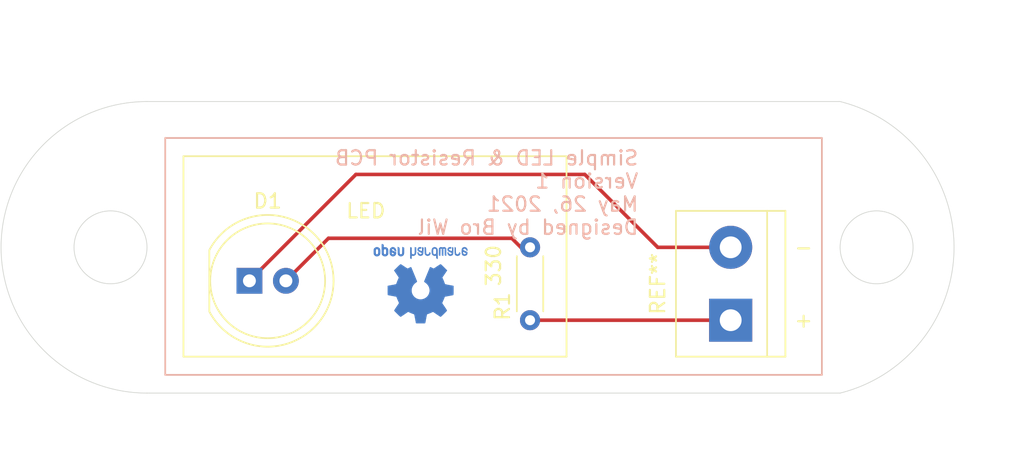
<source format=kicad_pcb>
(kicad_pcb (version 20171130) (host pcbnew "(5.1.10)-1")

  (general
    (thickness 1.6)
    (drawings 22)
    (tracks 9)
    (zones 0)
    (modules 4)
    (nets 4)
  )

  (page A4)
  (title_block
    (title "A very simple PCB")
    (date 2021-05-21)
    (rev v3)
    (company "Satmel Tech")
    (comment 1 "Design by Wil")
  )

  (layers
    (0 F.Cu signal)
    (31 B.Cu signal hide)
    (32 B.Adhes user)
    (33 F.Adhes user)
    (34 B.Paste user)
    (35 F.Paste user)
    (36 B.SilkS user)
    (37 F.SilkS user)
    (38 B.Mask user)
    (39 F.Mask user)
    (40 Dwgs.User user)
    (41 Cmts.User user)
    (42 Eco1.User user)
    (43 Eco2.User user)
    (44 Edge.Cuts user)
    (45 Margin user)
    (46 B.CrtYd user)
    (47 F.CrtYd user)
    (48 B.Fab user)
    (49 F.Fab user)
  )

  (setup
    (last_trace_width 0.25)
    (trace_clearance 0.2)
    (zone_clearance 0.508)
    (zone_45_only no)
    (trace_min 0.2)
    (via_size 0.8)
    (via_drill 0.4)
    (via_min_size 0.4)
    (via_min_drill 0.3)
    (uvia_size 0.3)
    (uvia_drill 0.1)
    (uvias_allowed no)
    (uvia_min_size 0.2)
    (uvia_min_drill 0.1)
    (edge_width 0.05)
    (segment_width 0.2)
    (pcb_text_width 0.3)
    (pcb_text_size 1.5 1.5)
    (mod_edge_width 0.12)
    (mod_text_size 1 1)
    (mod_text_width 0.15)
    (pad_size 2.5 2.5)
    (pad_drill 2.5)
    (pad_to_mask_clearance 0)
    (aux_axis_origin 0 0)
    (visible_elements 7FFEFFFF)
    (pcbplotparams
      (layerselection 0x010fc_ffffffff)
      (usegerberextensions false)
      (usegerberattributes true)
      (usegerberadvancedattributes true)
      (creategerberjobfile true)
      (excludeedgelayer true)
      (linewidth 0.100000)
      (plotframeref false)
      (viasonmask false)
      (mode 1)
      (useauxorigin false)
      (hpglpennumber 1)
      (hpglpenspeed 20)
      (hpglpendiameter 15.000000)
      (psnegative false)
      (psa4output false)
      (plotreference true)
      (plotvalue true)
      (plotinvisibletext false)
      (padsonsilk false)
      (subtractmaskfromsilk false)
      (outputformat 1)
      (mirror false)
      (drillshape 1)
      (scaleselection 1)
      (outputdirectory ""))
  )

  (net 0 "")
  (net 1 GND)
  (net 2 "Net-(D1-Pad2)")
  (net 3 +5V)

  (net_class Default "This is the default net class."
    (clearance 0.2)
    (trace_width 0.25)
    (via_dia 0.8)
    (via_drill 0.4)
    (uvia_dia 0.3)
    (uvia_drill 0.1)
    (add_net +5V)
    (add_net GND)
    (add_net "Net-(D1-Pad2)")
  )

  (module LED_THT:LED_D8.0mm (layer F.Cu) (tedit 587A3A7B) (tstamp 60A7523D)
    (at 116.351001 103.935001)
    (descr "LED, diameter 8.0mm, 2 pins, http://cdn-reichelt.de/documents/datenblatt/A500/LED8MMGE_LED8MMGN_LED8MMRT%23KIN.pdf")
    (tags "LED diameter 8.0mm 2 pins")
    (path /60A5ECA1)
    (fp_text reference D1 (at 1.27 -5.56) (layer F.SilkS)
      (effects (font (size 1 1) (thickness 0.15)))
    )
    (fp_text value LED (at 1.27 5.56) (layer F.Fab)
      (effects (font (size 1 1) (thickness 0.15)))
    )
    (fp_line (start 6.1 -4.85) (end -3.55 -4.85) (layer F.CrtYd) (width 0.05))
    (fp_line (start 6.1 4.85) (end 6.1 -4.85) (layer F.CrtYd) (width 0.05))
    (fp_line (start -3.55 4.85) (end 6.1 4.85) (layer F.CrtYd) (width 0.05))
    (fp_line (start -3.55 -4.85) (end -3.55 4.85) (layer F.CrtYd) (width 0.05))
    (fp_line (start -2.79 -2.142) (end -2.79 2.142) (layer F.SilkS) (width 0.12))
    (fp_line (start -2.73 -2.061553) (end -2.73 2.061553) (layer F.Fab) (width 0.1))
    (fp_circle (center 1.27 0) (end 5.27 0) (layer F.SilkS) (width 0.12))
    (fp_circle (center 1.27 0) (end 5.27 0) (layer F.Fab) (width 0.1))
    (fp_arc (start 1.27 0) (end -2.73 -2.061553) (angle 305.5) (layer F.Fab) (width 0.1))
    (fp_arc (start 1.27 0) (end -2.79 -2.141145) (angle 152.2) (layer F.SilkS) (width 0.12))
    (fp_arc (start 1.27 0) (end -2.79 2.141145) (angle -152.2) (layer F.SilkS) (width 0.12))
    (pad 1 thru_hole rect (at 0 0) (size 1.8 1.8) (drill 0.9) (layers *.Cu *.Mask)
      (net 1 GND))
    (pad 2 thru_hole circle (at 2.54 0) (size 1.8 1.8) (drill 0.9) (layers *.Cu *.Mask)
      (net 2 "Net-(D1-Pad2)"))
    (model ${KISYS3DMOD}/LED_THT.3dshapes/LED_D8.0mm.wrl
      (at (xyz 0 0 0))
      (scale (xyz 1 1 1))
      (rotate (xyz 0 0 0))
    )
  )

  (module Symbol:OSHW-Logo2_7.3x6mm_Copper (layer B.Cu) (tedit 0) (tstamp 60AD60A3)
    (at 128.27 104.14)
    (descr "Open Source Hardware Symbol")
    (tags "Logo Symbol OSHW")
    (attr virtual)
    (fp_text reference REF** (at 0 0) (layer B.SilkS) hide
      (effects (font (size 1 1) (thickness 0.15)) (justify mirror))
    )
    (fp_text value OSHW-Logo2_7.3x6mm_Copper (at 0.75 0) (layer B.Fab) hide
      (effects (font (size 1 1) (thickness 0.15)) (justify mirror))
    )
    (fp_poly (pts (xy 0.10391 2.757652) (xy 0.182454 2.757222) (xy 0.239298 2.756058) (xy 0.278105 2.753793)
      (xy 0.302538 2.75006) (xy 0.316262 2.744494) (xy 0.32294 2.736727) (xy 0.326236 2.726395)
      (xy 0.326556 2.725057) (xy 0.331562 2.700921) (xy 0.340829 2.653299) (xy 0.353392 2.587259)
      (xy 0.368287 2.507872) (xy 0.384551 2.420204) (xy 0.385119 2.417125) (xy 0.40141 2.331211)
      (xy 0.416652 2.255304) (xy 0.429861 2.193955) (xy 0.440054 2.151718) (xy 0.446248 2.133145)
      (xy 0.446543 2.132816) (xy 0.464788 2.123747) (xy 0.502405 2.108633) (xy 0.551271 2.090738)
      (xy 0.551543 2.090642) (xy 0.613093 2.067507) (xy 0.685657 2.038035) (xy 0.754057 2.008403)
      (xy 0.757294 2.006938) (xy 0.868702 1.956374) (xy 1.115399 2.12484) (xy 1.191077 2.176197)
      (xy 1.259631 2.222111) (xy 1.317088 2.25997) (xy 1.359476 2.287163) (xy 1.382825 2.301079)
      (xy 1.385042 2.302111) (xy 1.40201 2.297516) (xy 1.433701 2.275345) (xy 1.481352 2.234553)
      (xy 1.546198 2.174095) (xy 1.612397 2.109773) (xy 1.676214 2.046388) (xy 1.733329 1.988549)
      (xy 1.780305 1.939825) (xy 1.813703 1.90379) (xy 1.830085 1.884016) (xy 1.830694 1.882998)
      (xy 1.832505 1.869428) (xy 1.825683 1.847267) (xy 1.80854 1.813522) (xy 1.779393 1.7652)
      (xy 1.736555 1.699308) (xy 1.679448 1.614483) (xy 1.628766 1.539823) (xy 1.583461 1.47286)
      (xy 1.54615 1.417484) (xy 1.519452 1.37758) (xy 1.505985 1.357038) (xy 1.505137 1.355644)
      (xy 1.506781 1.335962) (xy 1.519245 1.297707) (xy 1.540048 1.248111) (xy 1.547462 1.232272)
      (xy 1.579814 1.16171) (xy 1.614328 1.081647) (xy 1.642365 1.012371) (xy 1.662568 0.960955)
      (xy 1.678615 0.921881) (xy 1.687888 0.901459) (xy 1.689041 0.899886) (xy 1.706096 0.897279)
      (xy 1.746298 0.890137) (xy 1.804302 0.879477) (xy 1.874763 0.866315) (xy 1.952335 0.851667)
      (xy 2.031672 0.836551) (xy 2.107431 0.821982) (xy 2.174264 0.808978) (xy 2.226828 0.798555)
      (xy 2.259776 0.79173) (xy 2.267857 0.789801) (xy 2.276205 0.785038) (xy 2.282506 0.774282)
      (xy 2.287045 0.753902) (xy 2.290104 0.720266) (xy 2.291967 0.669745) (xy 2.292918 0.598708)
      (xy 2.29324 0.503524) (xy 2.293257 0.464508) (xy 2.293257 0.147201) (xy 2.217057 0.132161)
      (xy 2.174663 0.124005) (xy 2.1114 0.112101) (xy 2.034962 0.097884) (xy 1.953043 0.08279)
      (xy 1.9304 0.078645) (xy 1.854806 0.063947) (xy 1.788953 0.049495) (xy 1.738366 0.036625)
      (xy 1.708574 0.026678) (xy 1.703612 0.023713) (xy 1.691426 0.002717) (xy 1.673953 -0.037967)
      (xy 1.654577 -0.090322) (xy 1.650734 -0.1016) (xy 1.625339 -0.171523) (xy 1.593817 -0.250418)
      (xy 1.562969 -0.321266) (xy 1.562817 -0.321595) (xy 1.511447 -0.432733) (xy 1.680399 -0.681253)
      (xy 1.849352 -0.929772) (xy 1.632429 -1.147058) (xy 1.566819 -1.211726) (xy 1.506979 -1.268733)
      (xy 1.456267 -1.315033) (xy 1.418046 -1.347584) (xy 1.395675 -1.363343) (xy 1.392466 -1.364343)
      (xy 1.373626 -1.356469) (xy 1.33518 -1.334578) (xy 1.28133 -1.301267) (xy 1.216276 -1.259131)
      (xy 1.14594 -1.211943) (xy 1.074555 -1.16381) (xy 1.010908 -1.121928) (xy 0.959041 -1.088871)
      (xy 0.922995 -1.067218) (xy 0.906867 -1.059543) (xy 0.887189 -1.066037) (xy 0.849875 -1.08315)
      (xy 0.802621 -1.107326) (xy 0.797612 -1.110013) (xy 0.733977 -1.141927) (xy 0.690341 -1.157579)
      (xy 0.663202 -1.157745) (xy 0.649057 -1.143204) (xy 0.648975 -1.143) (xy 0.641905 -1.125779)
      (xy 0.625042 -1.084899) (xy 0.599695 -1.023525) (xy 0.567171 -0.944819) (xy 0.528778 -0.851947)
      (xy 0.485822 -0.748072) (xy 0.444222 -0.647502) (xy 0.398504 -0.536516) (xy 0.356526 -0.433703)
      (xy 0.319548 -0.342215) (xy 0.288827 -0.265201) (xy 0.265622 -0.205815) (xy 0.25119 -0.167209)
      (xy 0.246743 -0.1528) (xy 0.257896 -0.136272) (xy 0.287069 -0.10993) (xy 0.325971 -0.080887)
      (xy 0.436757 0.010961) (xy 0.523351 0.116241) (xy 0.584716 0.232734) (xy 0.619815 0.358224)
      (xy 0.627608 0.490493) (xy 0.621943 0.551543) (xy 0.591078 0.678205) (xy 0.53792 0.790059)
      (xy 0.465767 0.885999) (xy 0.377917 0.964924) (xy 0.277665 1.02573) (xy 0.16831 1.067313)
      (xy 0.053147 1.088572) (xy -0.064525 1.088401) (xy -0.18141 1.065699) (xy -0.294211 1.019362)
      (xy -0.399631 0.948287) (xy -0.443632 0.908089) (xy -0.528021 0.804871) (xy -0.586778 0.692075)
      (xy -0.620296 0.57299) (xy -0.628965 0.450905) (xy -0.613177 0.329107) (xy -0.573322 0.210884)
      (xy -0.509793 0.099525) (xy -0.422979 -0.001684) (xy -0.325971 -0.080887) (xy -0.285563 -0.111162)
      (xy -0.257018 -0.137219) (xy -0.246743 -0.152825) (xy -0.252123 -0.169843) (xy -0.267425 -0.2105)
      (xy -0.291388 -0.271642) (xy -0.322756 -0.350119) (xy -0.360268 -0.44278) (xy -0.402667 -0.546472)
      (xy -0.444337 -0.647526) (xy -0.49031 -0.758607) (xy -0.532893 -0.861541) (xy -0.570779 -0.953165)
      (xy -0.60266 -1.030316) (xy -0.627229 -1.089831) (xy -0.64318 -1.128544) (xy -0.64909 -1.143)
      (xy -0.663052 -1.157685) (xy -0.69006 -1.157642) (xy -0.733587 -1.142099) (xy -0.79711 -1.110284)
      (xy -0.797612 -1.110013) (xy -0.84544 -1.085323) (xy -0.884103 -1.067338) (xy -0.905905 -1.059614)
      (xy -0.906867 -1.059543) (xy -0.923279 -1.067378) (xy -0.959513 -1.089165) (xy -1.011526 -1.122328)
      (xy -1.075275 -1.164291) (xy -1.14594 -1.211943) (xy -1.217884 -1.260191) (xy -1.282726 -1.302151)
      (xy -1.336265 -1.335227) (xy -1.374303 -1.356821) (xy -1.392467 -1.364343) (xy -1.409192 -1.354457)
      (xy -1.44282 -1.326826) (xy -1.48999 -1.284495) (xy -1.547342 -1.230505) (xy -1.611516 -1.167899)
      (xy -1.632503 -1.146983) (xy -1.849501 -0.929623) (xy -1.684332 -0.68722) (xy -1.634136 -0.612781)
      (xy -1.590081 -0.545972) (xy -1.554638 -0.490665) (xy -1.530281 -0.450729) (xy -1.519478 -0.430036)
      (xy -1.519162 -0.428563) (xy -1.524857 -0.409058) (xy -1.540174 -0.369822) (xy -1.562463 -0.31743)
      (xy -1.578107 -0.282355) (xy -1.607359 -0.215201) (xy -1.634906 -0.147358) (xy -1.656263 -0.090034)
      (xy -1.662065 -0.072572) (xy -1.678548 -0.025938) (xy -1.69466 0.010095) (xy -1.70351 0.023713)
      (xy -1.72304 0.032048) (xy -1.765666 0.043863) (xy -1.825855 0.057819) (xy -1.898078 0.072578)
      (xy -1.9304 0.078645) (xy -2.012478 0.093727) (xy -2.091205 0.108331) (xy -2.158891 0.12102)
      (xy -2.20784 0.130358) (xy -2.217057 0.132161) (xy -2.293257 0.147201) (xy -2.293257 0.464508)
      (xy -2.293086 0.568846) (xy -2.292384 0.647787) (xy -2.290866 0.704962) (xy -2.288251 0.744001)
      (xy -2.284254 0.768535) (xy -2.278591 0.782195) (xy -2.27098 0.788611) (xy -2.267857 0.789801)
      (xy -2.249022 0.79402) (xy -2.207412 0.802438) (xy -2.14837 0.814039) (xy -2.077243 0.827805)
      (xy -1.999375 0.84272) (xy -1.920113 0.857768) (xy -1.844802 0.871931) (xy -1.778787 0.884194)
      (xy -1.727413 0.893539) (xy -1.696025 0.89895) (xy -1.689041 0.899886) (xy -1.682715 0.912404)
      (xy -1.66871 0.945754) (xy -1.649645 0.993623) (xy -1.642366 1.012371) (xy -1.613004 1.084805)
      (xy -1.578429 1.16483) (xy -1.547463 1.232272) (xy -1.524677 1.283841) (xy -1.509518 1.326215)
      (xy -1.504458 1.352166) (xy -1.505264 1.355644) (xy -1.515959 1.372064) (xy -1.54038 1.408583)
      (xy -1.575905 1.461313) (xy -1.619913 1.526365) (xy -1.669783 1.599849) (xy -1.679644 1.614355)
      (xy -1.737508 1.700296) (xy -1.780044 1.765739) (xy -1.808946 1.813696) (xy -1.82591 1.84718)
      (xy -1.832633 1.869205) (xy -1.83081 1.882783) (xy -1.830764 1.882869) (xy -1.816414 1.900703)
      (xy -1.784677 1.935183) (xy -1.73899 1.982732) (xy -1.682796 2.039778) (xy -1.619532 2.102745)
      (xy -1.612398 2.109773) (xy -1.53267 2.18698) (xy -1.471143 2.24367) (xy -1.426579 2.28089)
      (xy -1.397743 2.299685) (xy -1.385042 2.302111) (xy -1.366506 2.291529) (xy -1.328039 2.267084)
      (xy -1.273614 2.231388) (xy -1.207202 2.187053) (xy -1.132775 2.136689) (xy -1.115399 2.12484)
      (xy -0.868703 1.956374) (xy -0.757294 2.006938) (xy -0.689543 2.036405) (xy -0.616817 2.066041)
      (xy -0.554297 2.08967) (xy -0.551543 2.090642) (xy -0.50264 2.108543) (xy -0.464943 2.12368)
      (xy -0.446575 2.13279) (xy -0.446544 2.132816) (xy -0.440715 2.149283) (xy -0.430808 2.189781)
      (xy -0.417805 2.249758) (xy -0.402691 2.32466) (xy -0.386448 2.409936) (xy -0.385119 2.417125)
      (xy -0.368825 2.504986) (xy -0.353867 2.58474) (xy -0.341209 2.651319) (xy -0.331814 2.699653)
      (xy -0.326646 2.724675) (xy -0.326556 2.725057) (xy -0.323411 2.735701) (xy -0.317296 2.743738)
      (xy -0.304547 2.749533) (xy -0.2815 2.753453) (xy -0.244491 2.755865) (xy -0.189856 2.757135)
      (xy -0.113933 2.757629) (xy -0.013056 2.757714) (xy 0 2.757714) (xy 0.10391 2.757652)) (layer B.Cu) (width 0.01))
    (fp_poly (pts (xy 3.153595 -1.966966) (xy 3.211021 -2.004497) (xy 3.238719 -2.038096) (xy 3.260662 -2.099064)
      (xy 3.262405 -2.147308) (xy 3.258457 -2.211816) (xy 3.109686 -2.276934) (xy 3.037349 -2.310202)
      (xy 2.990084 -2.336964) (xy 2.965507 -2.360144) (xy 2.961237 -2.382667) (xy 2.974889 -2.407455)
      (xy 2.989943 -2.423886) (xy 3.033746 -2.450235) (xy 3.081389 -2.452081) (xy 3.125145 -2.431546)
      (xy 3.157289 -2.390752) (xy 3.163038 -2.376347) (xy 3.190576 -2.331356) (xy 3.222258 -2.312182)
      (xy 3.265714 -2.295779) (xy 3.265714 -2.357966) (xy 3.261872 -2.400283) (xy 3.246823 -2.435969)
      (xy 3.21528 -2.476943) (xy 3.210592 -2.482267) (xy 3.175506 -2.51872) (xy 3.145347 -2.538283)
      (xy 3.107615 -2.547283) (xy 3.076335 -2.55023) (xy 3.020385 -2.550965) (xy 2.980555 -2.54166)
      (xy 2.955708 -2.527846) (xy 2.916656 -2.497467) (xy 2.889625 -2.464613) (xy 2.872517 -2.423294)
      (xy 2.863238 -2.367521) (xy 2.859693 -2.291305) (xy 2.85941 -2.252622) (xy 2.860372 -2.206247)
      (xy 2.948007 -2.206247) (xy 2.949023 -2.231126) (xy 2.951556 -2.2352) (xy 2.968274 -2.229665)
      (xy 3.004249 -2.215017) (xy 3.052331 -2.19419) (xy 3.062386 -2.189714) (xy 3.123152 -2.158814)
      (xy 3.156632 -2.131657) (xy 3.16399 -2.10622) (xy 3.146391 -2.080481) (xy 3.131856 -2.069109)
      (xy 3.07941 -2.046364) (xy 3.030322 -2.050122) (xy 2.989227 -2.077884) (xy 2.960758 -2.127152)
      (xy 2.951631 -2.166257) (xy 2.948007 -2.206247) (xy 2.860372 -2.206247) (xy 2.861285 -2.162249)
      (xy 2.868196 -2.095384) (xy 2.881884 -2.046695) (xy 2.904096 -2.010849) (xy 2.936574 -1.982513)
      (xy 2.950733 -1.973355) (xy 3.015053 -1.949507) (xy 3.085473 -1.948006) (xy 3.153595 -1.966966)) (layer B.Cu) (width 0.01))
    (fp_poly (pts (xy 2.6526 -1.958752) (xy 2.669948 -1.966334) (xy 2.711356 -1.999128) (xy 2.746765 -2.046547)
      (xy 2.768664 -2.097151) (xy 2.772229 -2.122098) (xy 2.760279 -2.156927) (xy 2.734067 -2.175357)
      (xy 2.705964 -2.186516) (xy 2.693095 -2.188572) (xy 2.686829 -2.173649) (xy 2.674456 -2.141175)
      (xy 2.669028 -2.126502) (xy 2.63859 -2.075744) (xy 2.59452 -2.050427) (xy 2.53801 -2.051206)
      (xy 2.533825 -2.052203) (xy 2.503655 -2.066507) (xy 2.481476 -2.094393) (xy 2.466327 -2.139287)
      (xy 2.45725 -2.204615) (xy 2.453286 -2.293804) (xy 2.452914 -2.341261) (xy 2.45273 -2.416071)
      (xy 2.451522 -2.467069) (xy 2.448309 -2.499471) (xy 2.442109 -2.518495) (xy 2.43194 -2.529356)
      (xy 2.416819 -2.537272) (xy 2.415946 -2.53767) (xy 2.386828 -2.549981) (xy 2.372403 -2.554514)
      (xy 2.370186 -2.540809) (xy 2.368289 -2.502925) (xy 2.366847 -2.445715) (xy 2.365998 -2.374027)
      (xy 2.365829 -2.321565) (xy 2.366692 -2.220047) (xy 2.37007 -2.143032) (xy 2.377142 -2.086023)
      (xy 2.389088 -2.044526) (xy 2.40709 -2.014043) (xy 2.432327 -1.99008) (xy 2.457247 -1.973355)
      (xy 2.517171 -1.951097) (xy 2.586911 -1.946076) (xy 2.6526 -1.958752)) (layer B.Cu) (width 0.01))
    (fp_poly (pts (xy 2.144876 -1.956335) (xy 2.186667 -1.975344) (xy 2.219469 -1.998378) (xy 2.243503 -2.024133)
      (xy 2.260097 -2.057358) (xy 2.270577 -2.1028) (xy 2.276271 -2.165207) (xy 2.278507 -2.249327)
      (xy 2.278743 -2.304721) (xy 2.278743 -2.520826) (xy 2.241774 -2.53767) (xy 2.212656 -2.549981)
      (xy 2.198231 -2.554514) (xy 2.195472 -2.541025) (xy 2.193282 -2.504653) (xy 2.191942 -2.451542)
      (xy 2.191657 -2.409372) (xy 2.190434 -2.348447) (xy 2.187136 -2.300115) (xy 2.182321 -2.270518)
      (xy 2.178496 -2.264229) (xy 2.152783 -2.270652) (xy 2.112418 -2.287125) (xy 2.065679 -2.309458)
      (xy 2.020845 -2.333457) (xy 1.986193 -2.35493) (xy 1.970002 -2.369685) (xy 1.969938 -2.369845)
      (xy 1.97133 -2.397152) (xy 1.983818 -2.423219) (xy 2.005743 -2.444392) (xy 2.037743 -2.451474)
      (xy 2.065092 -2.450649) (xy 2.103826 -2.450042) (xy 2.124158 -2.459116) (xy 2.136369 -2.483092)
      (xy 2.137909 -2.487613) (xy 2.143203 -2.521806) (xy 2.129047 -2.542568) (xy 2.092148 -2.552462)
      (xy 2.052289 -2.554292) (xy 1.980562 -2.540727) (xy 1.943432 -2.521355) (xy 1.897576 -2.475845)
      (xy 1.873256 -2.419983) (xy 1.871073 -2.360957) (xy 1.891629 -2.305953) (xy 1.922549 -2.271486)
      (xy 1.95342 -2.252189) (xy 2.001942 -2.227759) (xy 2.058485 -2.202985) (xy 2.06791 -2.199199)
      (xy 2.130019 -2.171791) (xy 2.165822 -2.147634) (xy 2.177337 -2.123619) (xy 2.16658 -2.096635)
      (xy 2.148114 -2.075543) (xy 2.104469 -2.049572) (xy 2.056446 -2.047624) (xy 2.012406 -2.067637)
      (xy 1.980709 -2.107551) (xy 1.976549 -2.117848) (xy 1.952327 -2.155724) (xy 1.916965 -2.183842)
      (xy 1.872343 -2.206917) (xy 1.872343 -2.141485) (xy 1.874969 -2.101506) (xy 1.88623 -2.069997)
      (xy 1.911199 -2.036378) (xy 1.935169 -2.010484) (xy 1.972441 -1.973817) (xy 2.001401 -1.954121)
      (xy 2.032505 -1.94622) (xy 2.067713 -1.944914) (xy 2.144876 -1.956335)) (layer B.Cu) (width 0.01))
    (fp_poly (pts (xy 1.779833 -1.958663) (xy 1.782048 -1.99685) (xy 1.783784 -2.054886) (xy 1.784899 -2.12818)
      (xy 1.785257 -2.205055) (xy 1.785257 -2.465196) (xy 1.739326 -2.511127) (xy 1.707675 -2.539429)
      (xy 1.67989 -2.550893) (xy 1.641915 -2.550168) (xy 1.62684 -2.548321) (xy 1.579726 -2.542948)
      (xy 1.540756 -2.539869) (xy 1.531257 -2.539585) (xy 1.499233 -2.541445) (xy 1.453432 -2.546114)
      (xy 1.435674 -2.548321) (xy 1.392057 -2.551735) (xy 1.362745 -2.54432) (xy 1.33368 -2.521427)
      (xy 1.323188 -2.511127) (xy 1.277257 -2.465196) (xy 1.277257 -1.978602) (xy 1.314226 -1.961758)
      (xy 1.346059 -1.949282) (xy 1.364683 -1.944914) (xy 1.369458 -1.958718) (xy 1.373921 -1.997286)
      (xy 1.377775 -2.056356) (xy 1.380722 -2.131663) (xy 1.382143 -2.195286) (xy 1.386114 -2.445657)
      (xy 1.420759 -2.450556) (xy 1.452268 -2.447131) (xy 1.467708 -2.436041) (xy 1.472023 -2.415308)
      (xy 1.475708 -2.371145) (xy 1.478469 -2.309146) (xy 1.480012 -2.234909) (xy 1.480235 -2.196706)
      (xy 1.480457 -1.976783) (xy 1.526166 -1.960849) (xy 1.558518 -1.950015) (xy 1.576115 -1.944962)
      (xy 1.576623 -1.944914) (xy 1.578388 -1.958648) (xy 1.580329 -1.99673) (xy 1.582282 -2.054482)
      (xy 1.584084 -2.127227) (xy 1.585343 -2.195286) (xy 1.589314 -2.445657) (xy 1.6764 -2.445657)
      (xy 1.680396 -2.21724) (xy 1.684392 -1.988822) (xy 1.726847 -1.966868) (xy 1.758192 -1.951793)
      (xy 1.776744 -1.944951) (xy 1.777279 -1.944914) (xy 1.779833 -1.958663)) (layer B.Cu) (width 0.01))
    (fp_poly (pts (xy 1.190117 -2.065358) (xy 1.189933 -2.173837) (xy 1.189219 -2.257287) (xy 1.187675 -2.319704)
      (xy 1.185001 -2.365085) (xy 1.180894 -2.397429) (xy 1.175055 -2.420733) (xy 1.167182 -2.438995)
      (xy 1.161221 -2.449418) (xy 1.111855 -2.505945) (xy 1.049264 -2.541377) (xy 0.980013 -2.55409)
      (xy 0.910668 -2.542463) (xy 0.869375 -2.521568) (xy 0.826025 -2.485422) (xy 0.796481 -2.441276)
      (xy 0.778655 -2.383462) (xy 0.770463 -2.306313) (xy 0.769302 -2.249714) (xy 0.769458 -2.245647)
      (xy 0.870857 -2.245647) (xy 0.871476 -2.31055) (xy 0.874314 -2.353514) (xy 0.88084 -2.381622)
      (xy 0.892523 -2.401953) (xy 0.906483 -2.417288) (xy 0.953365 -2.44689) (xy 1.003701 -2.449419)
      (xy 1.051276 -2.424705) (xy 1.054979 -2.421356) (xy 1.070783 -2.403935) (xy 1.080693 -2.383209)
      (xy 1.086058 -2.352362) (xy 1.088228 -2.304577) (xy 1.088571 -2.251748) (xy 1.087827 -2.185381)
      (xy 1.084748 -2.141106) (xy 1.078061 -2.112009) (xy 1.066496 -2.091173) (xy 1.057013 -2.080107)
      (xy 1.01296 -2.052198) (xy 0.962224 -2.048843) (xy 0.913796 -2.070159) (xy 0.90445 -2.078073)
      (xy 0.88854 -2.095647) (xy 0.87861 -2.116587) (xy 0.873278 -2.147782) (xy 0.871163 -2.196122)
      (xy 0.870857 -2.245647) (xy 0.769458 -2.245647) (xy 0.77281 -2.158568) (xy 0.784726 -2.090086)
      (xy 0.807135 -2.0386) (xy 0.842124 -1.998443) (xy 0.869375 -1.977861) (xy 0.918907 -1.955625)
      (xy 0.976316 -1.945304) (xy 1.029682 -1.948067) (xy 1.059543 -1.959212) (xy 1.071261 -1.962383)
      (xy 1.079037 -1.950557) (xy 1.084465 -1.918866) (xy 1.088571 -1.870593) (xy 1.093067 -1.816829)
      (xy 1.099313 -1.784482) (xy 1.110676 -1.765985) (xy 1.130528 -1.75377) (xy 1.143 -1.748362)
      (xy 1.190171 -1.728601) (xy 1.190117 -2.065358)) (layer B.Cu) (width 0.01))
    (fp_poly (pts (xy 0.529926 -1.949755) (xy 0.595858 -1.974084) (xy 0.649273 -2.017117) (xy 0.670164 -2.047409)
      (xy 0.692939 -2.102994) (xy 0.692466 -2.143186) (xy 0.668562 -2.170217) (xy 0.659717 -2.174813)
      (xy 0.62153 -2.189144) (xy 0.602028 -2.185472) (xy 0.595422 -2.161407) (xy 0.595086 -2.148114)
      (xy 0.582992 -2.09921) (xy 0.551471 -2.064999) (xy 0.507659 -2.048476) (xy 0.458695 -2.052634)
      (xy 0.418894 -2.074227) (xy 0.40545 -2.086544) (xy 0.395921 -2.101487) (xy 0.389485 -2.124075)
      (xy 0.385317 -2.159328) (xy 0.382597 -2.212266) (xy 0.380502 -2.287907) (xy 0.37996 -2.311857)
      (xy 0.377981 -2.39379) (xy 0.375731 -2.451455) (xy 0.372357 -2.489608) (xy 0.367006 -2.513004)
      (xy 0.358824 -2.526398) (xy 0.346959 -2.534545) (xy 0.339362 -2.538144) (xy 0.307102 -2.550452)
      (xy 0.288111 -2.554514) (xy 0.281836 -2.540948) (xy 0.278006 -2.499934) (xy 0.2766 -2.430999)
      (xy 0.277598 -2.333669) (xy 0.277908 -2.318657) (xy 0.280101 -2.229859) (xy 0.282693 -2.165019)
      (xy 0.286382 -2.119067) (xy 0.291864 -2.086935) (xy 0.299835 -2.063553) (xy 0.310993 -2.043852)
      (xy 0.31683 -2.03541) (xy 0.350296 -1.998057) (xy 0.387727 -1.969003) (xy 0.392309 -1.966467)
      (xy 0.459426 -1.946443) (xy 0.529926 -1.949755)) (layer B.Cu) (width 0.01))
    (fp_poly (pts (xy 0.039744 -1.950968) (xy 0.096616 -1.972087) (xy 0.097267 -1.972493) (xy 0.13244 -1.99838)
      (xy 0.158407 -2.028633) (xy 0.17667 -2.068058) (xy 0.188732 -2.121462) (xy 0.196096 -2.193651)
      (xy 0.200264 -2.289432) (xy 0.200629 -2.303078) (xy 0.205876 -2.508842) (xy 0.161716 -2.531678)
      (xy 0.129763 -2.54711) (xy 0.11047 -2.554423) (xy 0.109578 -2.554514) (xy 0.106239 -2.541022)
      (xy 0.103587 -2.504626) (xy 0.101956 -2.451452) (xy 0.1016 -2.408393) (xy 0.101592 -2.338641)
      (xy 0.098403 -2.294837) (xy 0.087288 -2.273944) (xy 0.063501 -2.272925) (xy 0.022296 -2.288741)
      (xy -0.039914 -2.317815) (xy -0.085659 -2.341963) (xy -0.109187 -2.362913) (xy -0.116104 -2.385747)
      (xy -0.116114 -2.386877) (xy -0.104701 -2.426212) (xy -0.070908 -2.447462) (xy -0.019191 -2.450539)
      (xy 0.018061 -2.450006) (xy 0.037703 -2.460735) (xy 0.049952 -2.486505) (xy 0.057002 -2.519337)
      (xy 0.046842 -2.537966) (xy 0.043017 -2.540632) (xy 0.007001 -2.55134) (xy -0.043434 -2.552856)
      (xy -0.095374 -2.545759) (xy -0.132178 -2.532788) (xy -0.183062 -2.489585) (xy -0.211986 -2.429446)
      (xy -0.217714 -2.382462) (xy -0.213343 -2.340082) (xy -0.197525 -2.305488) (xy -0.166203 -2.274763)
      (xy -0.115322 -2.24399) (xy -0.040824 -2.209252) (xy -0.036286 -2.207288) (xy 0.030821 -2.176287)
      (xy 0.072232 -2.150862) (xy 0.089981 -2.128014) (xy 0.086107 -2.104745) (xy 0.062643 -2.078056)
      (xy 0.055627 -2.071914) (xy 0.00863 -2.0481) (xy -0.040067 -2.049103) (xy -0.082478 -2.072451)
      (xy -0.110616 -2.115675) (xy -0.113231 -2.12416) (xy -0.138692 -2.165308) (xy -0.170999 -2.185128)
      (xy -0.217714 -2.20477) (xy -0.217714 -2.15395) (xy -0.203504 -2.080082) (xy -0.161325 -2.012327)
      (xy -0.139376 -1.989661) (xy -0.089483 -1.960569) (xy -0.026033 -1.9474) (xy 0.039744 -1.950968)) (layer B.Cu) (width 0.01))
    (fp_poly (pts (xy -0.624114 -1.851289) (xy -0.619861 -1.910613) (xy -0.614975 -1.945572) (xy -0.608205 -1.96082)
      (xy -0.598298 -1.961015) (xy -0.595086 -1.959195) (xy -0.552356 -1.946015) (xy -0.496773 -1.946785)
      (xy -0.440263 -1.960333) (xy -0.404918 -1.977861) (xy -0.368679 -2.005861) (xy -0.342187 -2.037549)
      (xy -0.324001 -2.077813) (xy -0.312678 -2.131543) (xy -0.306778 -2.203626) (xy -0.304857 -2.298951)
      (xy -0.304823 -2.317237) (xy -0.3048 -2.522646) (xy -0.350509 -2.53858) (xy -0.382973 -2.54942)
      (xy -0.400785 -2.554468) (xy -0.401309 -2.554514) (xy -0.403063 -2.540828) (xy -0.404556 -2.503076)
      (xy -0.405674 -2.446224) (xy -0.406303 -2.375234) (xy -0.4064 -2.332073) (xy -0.406602 -2.246973)
      (xy -0.407642 -2.185981) (xy -0.410169 -2.144177) (xy -0.414836 -2.116642) (xy -0.422293 -2.098456)
      (xy -0.433189 -2.084698) (xy -0.439993 -2.078073) (xy -0.486728 -2.051375) (xy -0.537728 -2.049375)
      (xy -0.583999 -2.071955) (xy -0.592556 -2.080107) (xy -0.605107 -2.095436) (xy -0.613812 -2.113618)
      (xy -0.619369 -2.139909) (xy -0.622474 -2.179562) (xy -0.623824 -2.237832) (xy -0.624114 -2.318173)
      (xy -0.624114 -2.522646) (xy -0.669823 -2.53858) (xy -0.702287 -2.54942) (xy -0.720099 -2.554468)
      (xy -0.720623 -2.554514) (xy -0.721963 -2.540623) (xy -0.723172 -2.501439) (xy -0.724199 -2.4407)
      (xy -0.724998 -2.362141) (xy -0.725519 -2.269498) (xy -0.725714 -2.166509) (xy -0.725714 -1.769342)
      (xy -0.678543 -1.749444) (xy -0.631371 -1.729547) (xy -0.624114 -1.851289)) (layer B.Cu) (width 0.01))
    (fp_poly (pts (xy -1.831697 -1.931239) (xy -1.774473 -1.969735) (xy -1.730251 -2.025335) (xy -1.703833 -2.096086)
      (xy -1.69849 -2.148162) (xy -1.699097 -2.169893) (xy -1.704178 -2.186531) (xy -1.718145 -2.201437)
      (xy -1.745411 -2.217973) (xy -1.790388 -2.239498) (xy -1.857489 -2.269374) (xy -1.857829 -2.269524)
      (xy -1.919593 -2.297813) (xy -1.970241 -2.322933) (xy -2.004596 -2.342179) (xy -2.017482 -2.352848)
      (xy -2.017486 -2.352934) (xy -2.006128 -2.376166) (xy -1.979569 -2.401774) (xy -1.949077 -2.420221)
      (xy -1.93363 -2.423886) (xy -1.891485 -2.411212) (xy -1.855192 -2.379471) (xy -1.837483 -2.344572)
      (xy -1.820448 -2.318845) (xy -1.787078 -2.289546) (xy -1.747851 -2.264235) (xy -1.713244 -2.250471)
      (xy -1.706007 -2.249714) (xy -1.697861 -2.26216) (xy -1.69737 -2.293972) (xy -1.703357 -2.336866)
      (xy -1.714643 -2.382558) (xy -1.73005 -2.422761) (xy -1.730829 -2.424322) (xy -1.777196 -2.489062)
      (xy -1.837289 -2.533097) (xy -1.905535 -2.554711) (xy -1.976362 -2.552185) (xy -2.044196 -2.523804)
      (xy -2.047212 -2.521808) (xy -2.100573 -2.473448) (xy -2.13566 -2.410352) (xy -2.155078 -2.327387)
      (xy -2.157684 -2.304078) (xy -2.162299 -2.194055) (xy -2.156767 -2.142748) (xy -2.017486 -2.142748)
      (xy -2.015676 -2.174753) (xy -2.005778 -2.184093) (xy -1.981102 -2.177105) (xy -1.942205 -2.160587)
      (xy -1.898725 -2.139881) (xy -1.897644 -2.139333) (xy -1.860791 -2.119949) (xy -1.846 -2.107013)
      (xy -1.849647 -2.093451) (xy -1.865005 -2.075632) (xy -1.904077 -2.049845) (xy -1.946154 -2.04795)
      (xy -1.983897 -2.066717) (xy -2.009966 -2.102915) (xy -2.017486 -2.142748) (xy -2.156767 -2.142748)
      (xy -2.152806 -2.106027) (xy -2.12845 -2.036212) (xy -2.094544 -1.987302) (xy -2.033347 -1.937878)
      (xy -1.965937 -1.913359) (xy -1.89712 -1.911797) (xy -1.831697 -1.931239)) (layer B.Cu) (width 0.01))
    (fp_poly (pts (xy -2.958885 -1.921962) (xy -2.890855 -1.957733) (xy -2.840649 -2.015301) (xy -2.822815 -2.052312)
      (xy -2.808937 -2.107882) (xy -2.801833 -2.178096) (xy -2.80116 -2.254727) (xy -2.806573 -2.329552)
      (xy -2.81773 -2.394342) (xy -2.834286 -2.440873) (xy -2.839374 -2.448887) (xy -2.899645 -2.508707)
      (xy -2.971231 -2.544535) (xy -3.048908 -2.55502) (xy -3.127452 -2.53881) (xy -3.149311 -2.529092)
      (xy -3.191878 -2.499143) (xy -3.229237 -2.459433) (xy -3.232768 -2.454397) (xy -3.247119 -2.430124)
      (xy -3.256606 -2.404178) (xy -3.26221 -2.370022) (xy -3.264914 -2.321119) (xy -3.265701 -2.250935)
      (xy -3.265714 -2.2352) (xy -3.265678 -2.230192) (xy -3.120571 -2.230192) (xy -3.119727 -2.29643)
      (xy -3.116404 -2.340386) (xy -3.109417 -2.368779) (xy -3.097584 -2.388325) (xy -3.091543 -2.394857)
      (xy -3.056814 -2.41968) (xy -3.023097 -2.418548) (xy -2.989005 -2.397016) (xy -2.968671 -2.374029)
      (xy -2.956629 -2.340478) (xy -2.949866 -2.287569) (xy -2.949402 -2.281399) (xy -2.948248 -2.185513)
      (xy -2.960312 -2.114299) (xy -2.98543 -2.068194) (xy -3.02344 -2.047635) (xy -3.037008 -2.046514)
      (xy -3.072636 -2.052152) (xy -3.097006 -2.071686) (xy -3.111907 -2.109042) (xy -3.119125 -2.16815)
      (xy -3.120571 -2.230192) (xy -3.265678 -2.230192) (xy -3.265174 -2.160413) (xy -3.262904 -2.108159)
      (xy -3.257932 -2.071949) (xy -3.249287 -2.045299) (xy -3.235995 -2.021722) (xy -3.233057 -2.017338)
      (xy -3.183687 -1.958249) (xy -3.129891 -1.923947) (xy -3.064398 -1.910331) (xy -3.042158 -1.909665)
      (xy -2.958885 -1.921962)) (layer B.Cu) (width 0.01))
    (fp_poly (pts (xy -1.283907 -1.92778) (xy -1.237328 -1.954723) (xy -1.204943 -1.981466) (xy -1.181258 -2.009484)
      (xy -1.164941 -2.043748) (xy -1.154661 -2.089227) (xy -1.149086 -2.150892) (xy -1.146884 -2.233711)
      (xy -1.146629 -2.293246) (xy -1.146629 -2.512391) (xy -1.208314 -2.540044) (xy -1.27 -2.567697)
      (xy -1.277257 -2.32767) (xy -1.280256 -2.238028) (xy -1.283402 -2.172962) (xy -1.287299 -2.128026)
      (xy -1.292553 -2.09877) (xy -1.299769 -2.080748) (xy -1.30955 -2.069511) (xy -1.312688 -2.067079)
      (xy -1.360239 -2.048083) (xy -1.408303 -2.0556) (xy -1.436914 -2.075543) (xy -1.448553 -2.089675)
      (xy -1.456609 -2.10822) (xy -1.461729 -2.136334) (xy -1.464559 -2.179173) (xy -1.465744 -2.241895)
      (xy -1.465943 -2.307261) (xy -1.465982 -2.389268) (xy -1.467386 -2.447316) (xy -1.472086 -2.486465)
      (xy -1.482013 -2.51178) (xy -1.499097 -2.528323) (xy -1.525268 -2.541156) (xy -1.560225 -2.554491)
      (xy -1.598404 -2.569007) (xy -1.593859 -2.311389) (xy -1.592029 -2.218519) (xy -1.589888 -2.149889)
      (xy -1.586819 -2.100711) (xy -1.582206 -2.066198) (xy -1.575432 -2.041562) (xy -1.565881 -2.022016)
      (xy -1.554366 -2.00477) (xy -1.49881 -1.94968) (xy -1.43102 -1.917822) (xy -1.357287 -1.910191)
      (xy -1.283907 -1.92778)) (layer B.Cu) (width 0.01))
    (fp_poly (pts (xy -2.400256 -1.919918) (xy -2.344799 -1.947568) (xy -2.295852 -1.99848) (xy -2.282371 -2.017338)
      (xy -2.267686 -2.042015) (xy -2.258158 -2.068816) (xy -2.252707 -2.104587) (xy -2.250253 -2.156169)
      (xy -2.249714 -2.224267) (xy -2.252148 -2.317588) (xy -2.260606 -2.387657) (xy -2.276826 -2.439931)
      (xy -2.302546 -2.479869) (xy -2.339503 -2.512929) (xy -2.342218 -2.514886) (xy -2.37864 -2.534908)
      (xy -2.422498 -2.544815) (xy -2.478276 -2.547257) (xy -2.568952 -2.547257) (xy -2.56899 -2.635283)
      (xy -2.569834 -2.684308) (xy -2.574976 -2.713065) (xy -2.588413 -2.730311) (xy -2.614142 -2.744808)
      (xy -2.620321 -2.747769) (xy -2.649236 -2.761648) (xy -2.671624 -2.770414) (xy -2.688271 -2.771171)
      (xy -2.699964 -2.761023) (xy -2.70749 -2.737073) (xy -2.711634 -2.696426) (xy -2.713185 -2.636186)
      (xy -2.712929 -2.553455) (xy -2.711651 -2.445339) (xy -2.711252 -2.413) (xy -2.709815 -2.301524)
      (xy -2.708528 -2.228603) (xy -2.569029 -2.228603) (xy -2.568245 -2.290499) (xy -2.56476 -2.330997)
      (xy -2.556876 -2.357708) (xy -2.542895 -2.378244) (xy -2.533403 -2.38826) (xy -2.494596 -2.417567)
      (xy -2.460237 -2.419952) (xy -2.424784 -2.39575) (xy -2.423886 -2.394857) (xy -2.409461 -2.376153)
      (xy -2.400687 -2.350732) (xy -2.396261 -2.311584) (xy -2.394882 -2.251697) (xy -2.394857 -2.23843)
      (xy -2.398188 -2.155901) (xy -2.409031 -2.098691) (xy -2.42866 -2.063766) (xy -2.45835 -2.048094)
      (xy -2.475509 -2.046514) (xy -2.516234 -2.053926) (xy -2.544168 -2.07833) (xy -2.560983 -2.12298)
      (xy -2.56835 -2.19113) (xy -2.569029 -2.228603) (xy -2.708528 -2.228603) (xy -2.708292 -2.215245)
      (xy -2.706323 -2.150333) (xy -2.70355 -2.102958) (xy -2.699612 -2.06929) (xy -2.694151 -2.045498)
      (xy -2.686808 -2.027753) (xy -2.677223 -2.012224) (xy -2.673113 -2.006381) (xy -2.618595 -1.951185)
      (xy -2.549664 -1.91989) (xy -2.469928 -1.911165) (xy -2.400256 -1.919918)) (layer B.Cu) (width 0.01))
  )

  (module TerminalBlock:TerminalBlock_bornier-2_P5.08mm (layer F.Cu) (tedit 59FF03AB) (tstamp 60AD6123)
    (at 149.86 106.68 90)
    (descr "simple 2-pin terminal block, pitch 5.08mm, revamped version of bornier2")
    (tags "terminal block bornier2")
    (fp_text reference REF** (at 2.54 -5.08 90) (layer F.SilkS)
      (effects (font (size 1 1) (thickness 0.15)))
    )
    (fp_text value TerminalBlock_bornier-2_P5.08mm (at 2.54 5.08 90) (layer F.Fab)
      (effects (font (size 1 1) (thickness 0.15)))
    )
    (fp_line (start 7.79 4) (end -2.71 4) (layer F.CrtYd) (width 0.05))
    (fp_line (start 7.79 4) (end 7.79 -4) (layer F.CrtYd) (width 0.05))
    (fp_line (start -2.71 -4) (end -2.71 4) (layer F.CrtYd) (width 0.05))
    (fp_line (start -2.71 -4) (end 7.79 -4) (layer F.CrtYd) (width 0.05))
    (fp_line (start -2.54 3.81) (end 7.62 3.81) (layer F.SilkS) (width 0.12))
    (fp_line (start -2.54 -3.81) (end -2.54 3.81) (layer F.SilkS) (width 0.12))
    (fp_line (start 7.62 -3.81) (end -2.54 -3.81) (layer F.SilkS) (width 0.12))
    (fp_line (start 7.62 3.81) (end 7.62 -3.81) (layer F.SilkS) (width 0.12))
    (fp_line (start 7.62 2.54) (end -2.54 2.54) (layer F.SilkS) (width 0.12))
    (fp_line (start 7.54 -3.75) (end -2.46 -3.75) (layer F.Fab) (width 0.1))
    (fp_line (start 7.54 3.75) (end 7.54 -3.75) (layer F.Fab) (width 0.1))
    (fp_line (start -2.46 3.75) (end 7.54 3.75) (layer F.Fab) (width 0.1))
    (fp_line (start -2.46 -3.75) (end -2.46 3.75) (layer F.Fab) (width 0.1))
    (fp_line (start -2.41 2.55) (end 7.49 2.55) (layer F.Fab) (width 0.1))
    (fp_text user %R (at 2.54 0 90) (layer F.Fab)
      (effects (font (size 1 1) (thickness 0.15)))
    )
    (pad 2 thru_hole circle (at 5.08 0 90) (size 3 3) (drill 1.52) (layers *.Cu *.Mask))
    (pad 1 thru_hole rect (at 0 0 90) (size 3 3) (drill 1.52) (layers *.Cu *.Mask))
    (model ${KISYS3DMOD}/TerminalBlock.3dshapes/TerminalBlock_bornier-2_P5.08mm.wrl
      (offset (xyz 2.539999961853027 0 0))
      (scale (xyz 1 1 1))
      (rotate (xyz 0 0 0))
    )
  )

  (module Resistor_THT:R_Axial_DIN0204_L3.6mm_D1.6mm_P5.08mm_Horizontal (layer F.Cu) (tedit 5AE5139B) (tstamp 60A7524B)
    (at 135.89 106.68 90)
    (descr "Resistor, Axial_DIN0204 series, Axial, Horizontal, pin pitch=5.08mm, 0.167W, length*diameter=3.6*1.6mm^2, http://cdn-reichelt.de/documents/datenblatt/B400/1_4W%23YAG.pdf")
    (tags "Resistor Axial_DIN0204 series Axial Horizontal pin pitch 5.08mm 0.167W length 3.6mm diameter 1.6mm")
    (path /609B82DF)
    (fp_text reference R1 (at 0.95 -1.92 90) (layer F.SilkS)
      (effects (font (size 1 1) (thickness 0.15)))
    )
    (fp_text value R (at 0.95 1.92 90) (layer F.Fab)
      (effects (font (size 1 1) (thickness 0.15)))
    )
    (fp_line (start 6.03 -1.05) (end -0.95 -1.05) (layer F.CrtYd) (width 0.05))
    (fp_line (start 6.03 1.05) (end 6.03 -1.05) (layer F.CrtYd) (width 0.05))
    (fp_line (start -0.95 1.05) (end 6.03 1.05) (layer F.CrtYd) (width 0.05))
    (fp_line (start -0.95 -1.05) (end -0.95 1.05) (layer F.CrtYd) (width 0.05))
    (fp_line (start 0.62 0.92) (end 4.46 0.92) (layer F.SilkS) (width 0.12))
    (fp_line (start 0.62 -0.92) (end 4.46 -0.92) (layer F.SilkS) (width 0.12))
    (fp_line (start 5.08 0) (end 4.34 0) (layer F.Fab) (width 0.1))
    (fp_line (start 0 0) (end 0.74 0) (layer F.Fab) (width 0.1))
    (fp_line (start 4.34 -0.8) (end 0.74 -0.8) (layer F.Fab) (width 0.1))
    (fp_line (start 4.34 0.8) (end 4.34 -0.8) (layer F.Fab) (width 0.1))
    (fp_line (start 0.74 0.8) (end 4.34 0.8) (layer F.Fab) (width 0.1))
    (fp_line (start 0.74 -0.8) (end 0.74 0.8) (layer F.Fab) (width 0.1))
    (fp_text user %R (at 0.95 -1.92 90) (layer F.Fab)
      (effects (font (size 1 1) (thickness 0.15)))
    )
    (pad 2 thru_hole oval (at 5.08 0 90) (size 1.4 1.4) (drill 0.7) (layers *.Cu *.Mask)
      (net 2 "Net-(D1-Pad2)"))
    (pad 1 thru_hole circle (at 0 0 90) (size 1.4 1.4) (drill 0.7) (layers *.Cu *.Mask)
      (net 3 +5V))
    (model ${KISYS3DMOD}/Resistor_THT.3dshapes/R_Axial_DIN0204_L3.6mm_D1.6mm_P5.08mm_Horizontal.wrl
      (at (xyz 0 0 0))
      (scale (xyz 1 1 1))
      (rotate (xyz 0 0 0))
    )
  )

  (dimension 67.31 (width 0.15) (layer Dwgs.User)
    (gr_text "67.310 mm" (at 132.715 85.06) (layer Dwgs.User)
      (effects (font (size 1 1) (thickness 0.15)))
    )
    (feature1 (pts (xy 166.37 101.6) (xy 166.37 85.773579)))
    (feature2 (pts (xy 99.06 101.6) (xy 99.06 85.773579)))
    (crossbar (pts (xy 99.06 86.36) (xy 166.37 86.36)))
    (arrow1a (pts (xy 166.37 86.36) (xy 165.243496 86.946421)))
    (arrow1b (pts (xy 166.37 86.36) (xy 165.243496 85.773579)))
    (arrow2a (pts (xy 99.06 86.36) (xy 100.186504 86.946421)))
    (arrow2b (pts (xy 99.06 86.36) (xy 100.186504 85.773579)))
  )
  (dimension 20.32 (width 0.15) (layer Dwgs.User)
    (gr_text "20.320 mm" (at 168.94 101.6 270) (layer Dwgs.User)
      (effects (font (size 1 1) (thickness 0.15)))
    )
    (feature1 (pts (xy 153.67 111.76) (xy 168.226421 111.76)))
    (feature2 (pts (xy 153.67 91.44) (xy 168.226421 91.44)))
    (crossbar (pts (xy 167.64 91.44) (xy 167.64 111.76)))
    (arrow1a (pts (xy 167.64 111.76) (xy 167.053579 110.633496)))
    (arrow1b (pts (xy 167.64 111.76) (xy 168.226421 110.633496)))
    (arrow2a (pts (xy 167.64 91.44) (xy 167.053579 92.566504)))
    (arrow2b (pts (xy 167.64 91.44) (xy 168.226421 92.566504)))
  )
  (dimension 53.34 (width 0.15) (layer Dwgs.User)
    (gr_text "53.340 mm" (at 133.35 87.6) (layer Dwgs.User)
      (effects (font (size 1 1) (thickness 0.15)))
    )
    (feature1 (pts (xy 160.02 101.6) (xy 160.02 88.313579)))
    (feature2 (pts (xy 106.68 101.6) (xy 106.68 88.313579)))
    (crossbar (pts (xy 106.68 88.9) (xy 160.02 88.9)))
    (arrow1a (pts (xy 160.02 88.9) (xy 158.893496 89.486421)))
    (arrow1b (pts (xy 160.02 88.9) (xy 158.893496 88.313579)))
    (arrow2a (pts (xy 106.68 88.9) (xy 107.806504 89.486421)))
    (arrow2b (pts (xy 106.68 88.9) (xy 107.806504 88.313579)))
  )
  (gr_text "Simple LED & Resistor PCB\nVersion 1\nMay 26, 2021\nDesigned by Bro Wil" (at 143.51 97.79) (layer B.SilkS)
    (effects (font (size 1 1) (thickness 0.15)) (justify left mirror))
  )
  (gr_text + (at 154.94 106.68) (layer F.SilkS)
    (effects (font (size 1 1) (thickness 0.15)))
  )
  (gr_text - (at 154.94 101.6) (layer F.SilkS)
    (effects (font (size 1 1) (thickness 0.15)))
  )
  (gr_text 330 (at 133.35 102.87 90) (layer F.SilkS)
    (effects (font (size 1 1) (thickness 0.15)))
  )
  (gr_text LED (at 124.46 99.06) (layer F.SilkS)
    (effects (font (size 1 1) (thickness 0.15)))
  )
  (gr_line (start 156.21 93.98) (end 110.49 93.98) (layer B.SilkS) (width 0.12) (tstamp 60AD5BC4))
  (gr_line (start 156.21 110.49) (end 156.21 93.98) (layer B.SilkS) (width 0.12))
  (gr_line (start 110.49 110.49) (end 156.21 110.49) (layer B.SilkS) (width 0.12))
  (gr_line (start 110.49 93.98) (end 110.49 110.49) (layer B.SilkS) (width 0.12))
  (gr_line (start 138.43 95.25) (end 111.76 95.25) (layer F.SilkS) (width 0.12) (tstamp 60AD5B84))
  (gr_line (start 138.43 109.22) (end 138.43 95.25) (layer F.SilkS) (width 0.12))
  (gr_line (start 111.76 109.22) (end 138.43 109.22) (layer F.SilkS) (width 0.12))
  (gr_line (start 111.76 95.25) (end 111.76 109.22) (layer F.SilkS) (width 0.12))
  (gr_circle (center 160.02 101.6) (end 160.02 104.14) (layer Edge.Cuts) (width 0.05))
  (gr_circle (center 106.68 101.6) (end 106.68 99.06) (layer Edge.Cuts) (width 0.05))
  (gr_arc (start 109.22 101.6) (end 109.22 91.44) (angle -180) (layer Edge.Cuts) (width 0.05))
  (gr_arc (start 154.94 101.6) (end 157.479999 111.759999) (angle -151.9275131) (layer Edge.Cuts) (width 0.05))
  (gr_line (start 109.22 91.44) (end 157.48 91.44) (layer Edge.Cuts) (width 0.05))
  (gr_line (start 109.22 111.76) (end 157.48 111.76) (layer Edge.Cuts) (width 0.05))

  (segment (start 149.86 101.6) (end 144.78 101.6) (width 0.25) (layer F.Cu) (net 0) (status 400010))
  (segment (start 144.78 101.6) (end 139.7 96.52) (width 0.25) (layer F.Cu) (net 0) (tstamp 60AC6303))
  (segment (start 139.7 96.52) (end 123.766002 96.52) (width 0.25) (layer F.Cu) (net 0) (tstamp 60AC6305))
  (segment (start 123.766002 96.52) (end 116.351001 103.935001) (width 0.25) (layer F.Cu) (net 0) (tstamp 60AC6307) (status 800020))
  (segment (start 149.86 106.68) (end 135.89 106.68) (width 0.25) (layer F.Cu) (net 0) (status C00030))
  (segment (start 135.89 101.6) (end 135.25 101.6) (width 0.25) (layer F.Cu) (net 2) (status 30))
  (segment (start 135.25 101.6) (end 134.62 100.97) (width 0.25) (layer F.Cu) (net 2) (status 10))
  (segment (start 134.62 100.97) (end 121.856002 100.97) (width 0.25) (layer F.Cu) (net 2))
  (segment (start 121.856002 100.97) (end 118.891001 103.935001) (width 0.25) (layer F.Cu) (net 2) (status 20))

  (zone (net 3) (net_name +5V) (layer F.Cu) (tstamp 0) (hatch edge 0.508)
    (connect_pads (clearance 0.508))
    (min_thickness 0.254)
    (fill yes (arc_segments 32) (thermal_gap 0.508) (thermal_bridge_width 0.508))
    (polygon
      (pts
        (xy 162.56 96.52) (xy 163.83 99.06) (xy 163.83 102.87) (xy 162.56 105.41) (xy 156.21 110.49)
        (xy 106.68 110.49) (xy 101.6 105.41) (xy 101.6 100.33) (xy 106.68 93.98) (xy 157.48 93.98)
      )
    )
  )
)

</source>
